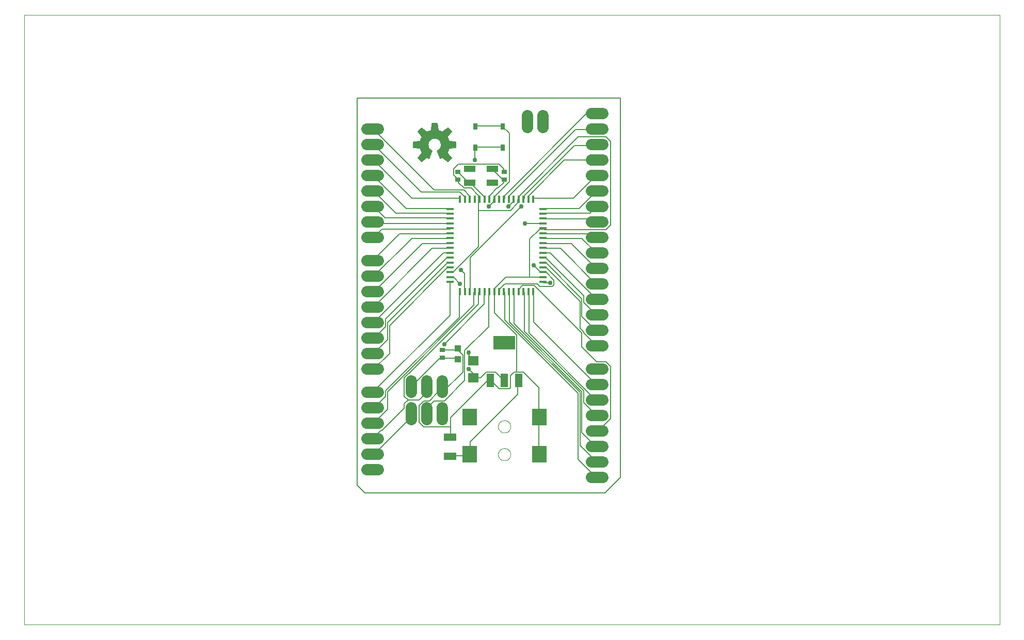
<source format=gtl>
G75*
%MOIN*%
%OFA0B0*%
%FSLAX25Y25*%
%IPPOS*%
%LPD*%
%AMOC8*
5,1,8,0,0,1.08239X$1,22.5*
%
%ADD10C,0.00000*%
%ADD11C,0.00600*%
%ADD12R,0.03937X0.04331*%
%ADD13R,0.03543X0.02756*%
%ADD14R,0.07874X0.04724*%
%ADD15R,0.07087X0.06299*%
%ADD16C,0.07400*%
%ADD17R,0.09449X0.11024*%
%ADD18R,0.02756X0.04331*%
%ADD19R,0.01575X0.05000*%
%ADD20R,0.05000X0.01575*%
%ADD21R,0.04800X0.08800*%
%ADD22R,0.14173X0.08661*%
%ADD23R,0.07480X0.04331*%
%ADD24C,0.00591*%
%ADD25C,0.02978*%
D10*
X0001000Y0001000D02*
X0001000Y0394701D01*
X0630921Y0394701D01*
X0630921Y0001000D01*
X0001000Y0001000D01*
X0307000Y0111000D02*
X0307002Y0111126D01*
X0307008Y0111252D01*
X0307018Y0111378D01*
X0307032Y0111504D01*
X0307050Y0111629D01*
X0307072Y0111753D01*
X0307097Y0111877D01*
X0307127Y0112000D01*
X0307160Y0112121D01*
X0307198Y0112242D01*
X0307239Y0112361D01*
X0307284Y0112480D01*
X0307332Y0112596D01*
X0307384Y0112711D01*
X0307440Y0112824D01*
X0307500Y0112936D01*
X0307563Y0113045D01*
X0307629Y0113153D01*
X0307698Y0113258D01*
X0307771Y0113361D01*
X0307848Y0113462D01*
X0307927Y0113560D01*
X0308009Y0113656D01*
X0308095Y0113749D01*
X0308183Y0113840D01*
X0308274Y0113927D01*
X0308368Y0114012D01*
X0308464Y0114093D01*
X0308563Y0114172D01*
X0308664Y0114247D01*
X0308768Y0114319D01*
X0308874Y0114388D01*
X0308982Y0114454D01*
X0309092Y0114516D01*
X0309204Y0114574D01*
X0309317Y0114629D01*
X0309433Y0114680D01*
X0309550Y0114728D01*
X0309668Y0114772D01*
X0309788Y0114812D01*
X0309909Y0114848D01*
X0310031Y0114881D01*
X0310154Y0114910D01*
X0310278Y0114934D01*
X0310402Y0114955D01*
X0310527Y0114972D01*
X0310653Y0114985D01*
X0310779Y0114994D01*
X0310905Y0114999D01*
X0311032Y0115000D01*
X0311158Y0114997D01*
X0311284Y0114990D01*
X0311410Y0114979D01*
X0311535Y0114964D01*
X0311660Y0114945D01*
X0311784Y0114922D01*
X0311908Y0114896D01*
X0312030Y0114865D01*
X0312152Y0114831D01*
X0312272Y0114792D01*
X0312391Y0114750D01*
X0312509Y0114705D01*
X0312625Y0114655D01*
X0312740Y0114602D01*
X0312852Y0114545D01*
X0312963Y0114485D01*
X0313072Y0114421D01*
X0313179Y0114354D01*
X0313284Y0114284D01*
X0313387Y0114210D01*
X0313487Y0114133D01*
X0313585Y0114053D01*
X0313680Y0113970D01*
X0313772Y0113884D01*
X0313862Y0113795D01*
X0313949Y0113703D01*
X0314032Y0113609D01*
X0314113Y0113512D01*
X0314191Y0113412D01*
X0314266Y0113310D01*
X0314337Y0113206D01*
X0314405Y0113099D01*
X0314469Y0112991D01*
X0314530Y0112880D01*
X0314588Y0112768D01*
X0314642Y0112654D01*
X0314692Y0112538D01*
X0314739Y0112421D01*
X0314782Y0112302D01*
X0314821Y0112182D01*
X0314857Y0112061D01*
X0314888Y0111938D01*
X0314916Y0111815D01*
X0314940Y0111691D01*
X0314960Y0111566D01*
X0314976Y0111441D01*
X0314988Y0111315D01*
X0314996Y0111189D01*
X0315000Y0111063D01*
X0315000Y0110937D01*
X0314996Y0110811D01*
X0314988Y0110685D01*
X0314976Y0110559D01*
X0314960Y0110434D01*
X0314940Y0110309D01*
X0314916Y0110185D01*
X0314888Y0110062D01*
X0314857Y0109939D01*
X0314821Y0109818D01*
X0314782Y0109698D01*
X0314739Y0109579D01*
X0314692Y0109462D01*
X0314642Y0109346D01*
X0314588Y0109232D01*
X0314530Y0109120D01*
X0314469Y0109009D01*
X0314405Y0108901D01*
X0314337Y0108794D01*
X0314266Y0108690D01*
X0314191Y0108588D01*
X0314113Y0108488D01*
X0314032Y0108391D01*
X0313949Y0108297D01*
X0313862Y0108205D01*
X0313772Y0108116D01*
X0313680Y0108030D01*
X0313585Y0107947D01*
X0313487Y0107867D01*
X0313387Y0107790D01*
X0313284Y0107716D01*
X0313179Y0107646D01*
X0313072Y0107579D01*
X0312963Y0107515D01*
X0312852Y0107455D01*
X0312740Y0107398D01*
X0312625Y0107345D01*
X0312509Y0107295D01*
X0312391Y0107250D01*
X0312272Y0107208D01*
X0312152Y0107169D01*
X0312030Y0107135D01*
X0311908Y0107104D01*
X0311784Y0107078D01*
X0311660Y0107055D01*
X0311535Y0107036D01*
X0311410Y0107021D01*
X0311284Y0107010D01*
X0311158Y0107003D01*
X0311032Y0107000D01*
X0310905Y0107001D01*
X0310779Y0107006D01*
X0310653Y0107015D01*
X0310527Y0107028D01*
X0310402Y0107045D01*
X0310278Y0107066D01*
X0310154Y0107090D01*
X0310031Y0107119D01*
X0309909Y0107152D01*
X0309788Y0107188D01*
X0309668Y0107228D01*
X0309550Y0107272D01*
X0309433Y0107320D01*
X0309317Y0107371D01*
X0309204Y0107426D01*
X0309092Y0107484D01*
X0308982Y0107546D01*
X0308874Y0107612D01*
X0308768Y0107681D01*
X0308664Y0107753D01*
X0308563Y0107828D01*
X0308464Y0107907D01*
X0308368Y0107988D01*
X0308274Y0108073D01*
X0308183Y0108160D01*
X0308095Y0108251D01*
X0308009Y0108344D01*
X0307927Y0108440D01*
X0307848Y0108538D01*
X0307771Y0108639D01*
X0307698Y0108742D01*
X0307629Y0108847D01*
X0307563Y0108955D01*
X0307500Y0109064D01*
X0307440Y0109176D01*
X0307384Y0109289D01*
X0307332Y0109404D01*
X0307284Y0109520D01*
X0307239Y0109639D01*
X0307198Y0109758D01*
X0307160Y0109879D01*
X0307127Y0110000D01*
X0307097Y0110123D01*
X0307072Y0110247D01*
X0307050Y0110371D01*
X0307032Y0110496D01*
X0307018Y0110622D01*
X0307008Y0110748D01*
X0307002Y0110874D01*
X0307000Y0111000D01*
X0307000Y0129000D02*
X0307002Y0129126D01*
X0307008Y0129252D01*
X0307018Y0129378D01*
X0307032Y0129504D01*
X0307050Y0129629D01*
X0307072Y0129753D01*
X0307097Y0129877D01*
X0307127Y0130000D01*
X0307160Y0130121D01*
X0307198Y0130242D01*
X0307239Y0130361D01*
X0307284Y0130480D01*
X0307332Y0130596D01*
X0307384Y0130711D01*
X0307440Y0130824D01*
X0307500Y0130936D01*
X0307563Y0131045D01*
X0307629Y0131153D01*
X0307698Y0131258D01*
X0307771Y0131361D01*
X0307848Y0131462D01*
X0307927Y0131560D01*
X0308009Y0131656D01*
X0308095Y0131749D01*
X0308183Y0131840D01*
X0308274Y0131927D01*
X0308368Y0132012D01*
X0308464Y0132093D01*
X0308563Y0132172D01*
X0308664Y0132247D01*
X0308768Y0132319D01*
X0308874Y0132388D01*
X0308982Y0132454D01*
X0309092Y0132516D01*
X0309204Y0132574D01*
X0309317Y0132629D01*
X0309433Y0132680D01*
X0309550Y0132728D01*
X0309668Y0132772D01*
X0309788Y0132812D01*
X0309909Y0132848D01*
X0310031Y0132881D01*
X0310154Y0132910D01*
X0310278Y0132934D01*
X0310402Y0132955D01*
X0310527Y0132972D01*
X0310653Y0132985D01*
X0310779Y0132994D01*
X0310905Y0132999D01*
X0311032Y0133000D01*
X0311158Y0132997D01*
X0311284Y0132990D01*
X0311410Y0132979D01*
X0311535Y0132964D01*
X0311660Y0132945D01*
X0311784Y0132922D01*
X0311908Y0132896D01*
X0312030Y0132865D01*
X0312152Y0132831D01*
X0312272Y0132792D01*
X0312391Y0132750D01*
X0312509Y0132705D01*
X0312625Y0132655D01*
X0312740Y0132602D01*
X0312852Y0132545D01*
X0312963Y0132485D01*
X0313072Y0132421D01*
X0313179Y0132354D01*
X0313284Y0132284D01*
X0313387Y0132210D01*
X0313487Y0132133D01*
X0313585Y0132053D01*
X0313680Y0131970D01*
X0313772Y0131884D01*
X0313862Y0131795D01*
X0313949Y0131703D01*
X0314032Y0131609D01*
X0314113Y0131512D01*
X0314191Y0131412D01*
X0314266Y0131310D01*
X0314337Y0131206D01*
X0314405Y0131099D01*
X0314469Y0130991D01*
X0314530Y0130880D01*
X0314588Y0130768D01*
X0314642Y0130654D01*
X0314692Y0130538D01*
X0314739Y0130421D01*
X0314782Y0130302D01*
X0314821Y0130182D01*
X0314857Y0130061D01*
X0314888Y0129938D01*
X0314916Y0129815D01*
X0314940Y0129691D01*
X0314960Y0129566D01*
X0314976Y0129441D01*
X0314988Y0129315D01*
X0314996Y0129189D01*
X0315000Y0129063D01*
X0315000Y0128937D01*
X0314996Y0128811D01*
X0314988Y0128685D01*
X0314976Y0128559D01*
X0314960Y0128434D01*
X0314940Y0128309D01*
X0314916Y0128185D01*
X0314888Y0128062D01*
X0314857Y0127939D01*
X0314821Y0127818D01*
X0314782Y0127698D01*
X0314739Y0127579D01*
X0314692Y0127462D01*
X0314642Y0127346D01*
X0314588Y0127232D01*
X0314530Y0127120D01*
X0314469Y0127009D01*
X0314405Y0126901D01*
X0314337Y0126794D01*
X0314266Y0126690D01*
X0314191Y0126588D01*
X0314113Y0126488D01*
X0314032Y0126391D01*
X0313949Y0126297D01*
X0313862Y0126205D01*
X0313772Y0126116D01*
X0313680Y0126030D01*
X0313585Y0125947D01*
X0313487Y0125867D01*
X0313387Y0125790D01*
X0313284Y0125716D01*
X0313179Y0125646D01*
X0313072Y0125579D01*
X0312963Y0125515D01*
X0312852Y0125455D01*
X0312740Y0125398D01*
X0312625Y0125345D01*
X0312509Y0125295D01*
X0312391Y0125250D01*
X0312272Y0125208D01*
X0312152Y0125169D01*
X0312030Y0125135D01*
X0311908Y0125104D01*
X0311784Y0125078D01*
X0311660Y0125055D01*
X0311535Y0125036D01*
X0311410Y0125021D01*
X0311284Y0125010D01*
X0311158Y0125003D01*
X0311032Y0125000D01*
X0310905Y0125001D01*
X0310779Y0125006D01*
X0310653Y0125015D01*
X0310527Y0125028D01*
X0310402Y0125045D01*
X0310278Y0125066D01*
X0310154Y0125090D01*
X0310031Y0125119D01*
X0309909Y0125152D01*
X0309788Y0125188D01*
X0309668Y0125228D01*
X0309550Y0125272D01*
X0309433Y0125320D01*
X0309317Y0125371D01*
X0309204Y0125426D01*
X0309092Y0125484D01*
X0308982Y0125546D01*
X0308874Y0125612D01*
X0308768Y0125681D01*
X0308664Y0125753D01*
X0308563Y0125828D01*
X0308464Y0125907D01*
X0308368Y0125988D01*
X0308274Y0126073D01*
X0308183Y0126160D01*
X0308095Y0126251D01*
X0308009Y0126344D01*
X0307927Y0126440D01*
X0307848Y0126538D01*
X0307771Y0126639D01*
X0307698Y0126742D01*
X0307629Y0126847D01*
X0307563Y0126955D01*
X0307500Y0127064D01*
X0307440Y0127176D01*
X0307384Y0127289D01*
X0307332Y0127404D01*
X0307284Y0127520D01*
X0307239Y0127639D01*
X0307198Y0127758D01*
X0307160Y0127879D01*
X0307127Y0128000D01*
X0307097Y0128123D01*
X0307072Y0128247D01*
X0307050Y0128371D01*
X0307032Y0128496D01*
X0307018Y0128622D01*
X0307008Y0128748D01*
X0307002Y0128874D01*
X0307000Y0129000D01*
D11*
X0289000Y0119200D02*
X0289000Y0111400D01*
X0288559Y0111000D01*
X0288400Y0110800D01*
X0287800Y0110200D01*
X0276400Y0110200D01*
X0276000Y0109701D01*
X0276000Y0122299D02*
X0276400Y0122800D01*
X0276400Y0128800D01*
X0259000Y0128800D01*
X0256000Y0131800D01*
X0256000Y0142600D01*
X0259000Y0145600D01*
X0262600Y0145600D01*
X0268000Y0151000D01*
X0271000Y0151000D01*
X0284200Y0164200D01*
X0284200Y0175000D01*
X0281200Y0178000D01*
X0281200Y0179200D01*
X0281000Y0179346D01*
X0280600Y0179200D01*
X0280000Y0178600D01*
X0271000Y0178600D01*
X0271000Y0178559D01*
X0272200Y0182200D02*
X0298000Y0208000D01*
X0298000Y0215800D01*
X0298126Y0216079D01*
X0301000Y0215800D02*
X0301276Y0216079D01*
X0301000Y0215800D02*
X0301000Y0193600D01*
X0285400Y0178000D01*
X0285400Y0158800D01*
X0272200Y0145600D01*
X0265600Y0145600D01*
X0261000Y0141000D01*
X0256000Y0146200D02*
X0260800Y0151000D01*
X0261000Y0151000D01*
X0256000Y0146200D02*
X0248800Y0146200D01*
X0246400Y0143800D01*
X0246400Y0140800D01*
X0232000Y0126400D01*
X0231400Y0126400D01*
X0226000Y0121000D01*
X0226000Y0111400D02*
X0226000Y0111000D01*
X0226000Y0111400D02*
X0227200Y0111400D01*
X0250600Y0134800D01*
X0250600Y0140800D01*
X0251000Y0141000D01*
X0248800Y0146200D02*
X0246400Y0148600D01*
X0246400Y0160600D01*
X0248800Y0163000D01*
X0249400Y0163000D01*
X0294400Y0208000D01*
X0294400Y0215800D01*
X0294976Y0216079D01*
X0291827Y0216079D02*
X0291400Y0215800D01*
X0291400Y0207400D01*
X0235600Y0151600D01*
X0235600Y0140200D01*
X0226000Y0130600D01*
X0226000Y0131000D01*
X0226000Y0141000D02*
X0226000Y0141400D01*
X0227200Y0141400D01*
X0234400Y0148600D01*
X0234400Y0152200D01*
X0281800Y0199600D01*
X0281800Y0215800D01*
X0282378Y0216079D01*
X0285400Y0216400D02*
X0285528Y0216079D01*
X0285400Y0216400D02*
X0285400Y0227800D01*
X0283000Y0230200D01*
X0278200Y0229000D02*
X0276400Y0229000D01*
X0276079Y0228677D01*
X0278200Y0229000D02*
X0294400Y0245200D01*
X0294400Y0268600D01*
X0314800Y0268600D01*
X0319600Y0273400D01*
X0319600Y0275800D01*
X0320173Y0275921D01*
X0320200Y0276400D01*
X0320200Y0277600D01*
X0358600Y0316000D01*
X0376600Y0316000D01*
X0379600Y0313000D01*
X0379600Y0259000D01*
X0376600Y0256000D01*
X0337000Y0256000D01*
X0336400Y0256600D01*
X0335921Y0257024D01*
X0335800Y0256600D01*
X0334000Y0256600D01*
X0327400Y0250000D01*
X0327400Y0225400D01*
X0311800Y0225400D01*
X0304600Y0218200D01*
X0304600Y0216400D01*
X0304425Y0216079D01*
X0304600Y0215800D01*
X0304600Y0202600D01*
X0319000Y0188200D01*
X0319000Y0164200D01*
X0323200Y0164200D01*
X0333400Y0154000D01*
X0333400Y0135400D01*
X0333441Y0135016D01*
X0333400Y0134800D01*
X0333400Y0111400D01*
X0333441Y0111000D01*
X0358600Y0107800D02*
X0370600Y0095800D01*
X0371000Y0096000D01*
X0371000Y0106000D02*
X0370600Y0106000D01*
X0359800Y0116800D01*
X0359800Y0151000D01*
X0314200Y0196600D01*
X0314200Y0215800D01*
X0313874Y0216079D01*
X0311200Y0215800D02*
X0310724Y0216079D01*
X0311200Y0215800D02*
X0311200Y0197800D01*
X0358600Y0150400D01*
X0358600Y0107800D01*
X0370600Y0115600D02*
X0371000Y0116000D01*
X0370600Y0115600D02*
X0361000Y0125200D01*
X0361000Y0151600D01*
X0317200Y0195400D01*
X0317200Y0215800D01*
X0317024Y0216079D01*
X0320173Y0216079D02*
X0320200Y0216400D01*
X0320200Y0217600D01*
X0322600Y0220000D01*
X0330400Y0220000D01*
X0361000Y0189400D01*
X0361000Y0180400D01*
X0370600Y0170800D01*
X0376600Y0170800D01*
X0379600Y0167800D01*
X0379600Y0134200D01*
X0371200Y0125800D01*
X0371000Y0126000D01*
X0371000Y0136000D02*
X0370600Y0136000D01*
X0362200Y0144400D01*
X0362200Y0152200D01*
X0323800Y0190600D01*
X0323800Y0215800D01*
X0323323Y0216079D01*
X0326472Y0216079D02*
X0326800Y0215800D01*
X0326800Y0189400D01*
X0370600Y0145600D01*
X0371000Y0146000D01*
X0370600Y0155800D02*
X0371000Y0156000D01*
X0370600Y0155800D02*
X0329800Y0196600D01*
X0329800Y0215800D01*
X0329622Y0216079D01*
X0334000Y0219400D02*
X0341800Y0219400D01*
X0343000Y0220600D01*
X0343000Y0223600D01*
X0338200Y0228400D01*
X0336400Y0228400D01*
X0335921Y0228677D01*
X0335800Y0229000D01*
X0334000Y0229000D01*
X0329800Y0233200D01*
X0335921Y0231827D02*
X0336400Y0231400D01*
X0338200Y0231400D01*
X0359800Y0209800D01*
X0359800Y0192400D01*
X0362200Y0190000D01*
X0362200Y0189400D01*
X0370600Y0181000D01*
X0371000Y0181000D01*
X0370600Y0190600D02*
X0371000Y0191000D01*
X0370600Y0190600D02*
X0361000Y0200200D01*
X0361000Y0211600D01*
X0338200Y0234400D01*
X0336400Y0234400D01*
X0335921Y0234976D01*
X0336400Y0238000D02*
X0335921Y0238126D01*
X0336400Y0238000D02*
X0337600Y0238000D01*
X0362200Y0213400D01*
X0362200Y0209200D01*
X0370600Y0200800D01*
X0371000Y0201000D01*
X0371000Y0211000D02*
X0370600Y0211000D01*
X0340600Y0241000D01*
X0336400Y0241000D01*
X0335921Y0241276D01*
X0336400Y0244000D02*
X0335921Y0244425D01*
X0336400Y0244000D02*
X0347200Y0244000D01*
X0370600Y0220600D01*
X0371000Y0221000D01*
X0370600Y0230800D02*
X0371000Y0231000D01*
X0370600Y0230800D02*
X0354400Y0247000D01*
X0336400Y0247000D01*
X0335921Y0247575D01*
X0336400Y0250600D02*
X0335921Y0250724D01*
X0336400Y0250600D02*
X0361000Y0250600D01*
X0370600Y0241000D01*
X0371000Y0241000D01*
X0371000Y0251000D02*
X0370600Y0251200D01*
X0368200Y0253600D01*
X0336400Y0253600D01*
X0335921Y0253874D01*
X0335921Y0260173D02*
X0335800Y0260200D01*
X0324400Y0260200D01*
X0335921Y0263323D02*
X0336400Y0263200D01*
X0368800Y0263200D01*
X0371000Y0261000D01*
X0366400Y0266800D02*
X0370600Y0271000D01*
X0371000Y0271000D01*
X0366400Y0266800D02*
X0336400Y0266800D01*
X0335921Y0266472D01*
X0335921Y0269622D02*
X0336400Y0269800D01*
X0359200Y0269800D01*
X0370600Y0281200D01*
X0371000Y0281000D01*
X0371000Y0291000D02*
X0370600Y0291400D01*
X0355600Y0276400D01*
X0329800Y0276400D01*
X0329622Y0275921D01*
X0326800Y0276400D02*
X0326800Y0278200D01*
X0349600Y0301000D01*
X0371000Y0301000D01*
X0370600Y0310600D02*
X0356200Y0310600D01*
X0323800Y0278200D01*
X0323800Y0276400D01*
X0323323Y0275921D01*
X0326472Y0275921D02*
X0326800Y0276400D01*
X0322000Y0271000D02*
X0289000Y0238000D01*
X0289000Y0216400D01*
X0288677Y0216079D01*
X0282400Y0221200D02*
X0278200Y0225400D01*
X0276400Y0225400D01*
X0276079Y0225528D01*
X0276079Y0222378D02*
X0275800Y0221800D01*
X0275800Y0200800D01*
X0226000Y0151000D01*
X0226000Y0166000D02*
X0226600Y0166000D01*
X0236800Y0176200D01*
X0236800Y0194200D01*
X0274000Y0231400D01*
X0275800Y0231400D01*
X0276079Y0231827D01*
X0275800Y0234400D02*
X0276079Y0234976D01*
X0275800Y0234400D02*
X0274000Y0234400D01*
X0235600Y0196000D01*
X0235600Y0185200D01*
X0226000Y0175600D01*
X0226000Y0176000D01*
X0226000Y0186000D02*
X0226000Y0186400D01*
X0227200Y0186400D01*
X0234400Y0193600D01*
X0234400Y0198400D01*
X0274000Y0238000D01*
X0275800Y0238000D01*
X0276079Y0238126D01*
X0275800Y0241000D02*
X0276079Y0241276D01*
X0275800Y0241000D02*
X0271600Y0241000D01*
X0226600Y0196000D01*
X0226000Y0196000D01*
X0226000Y0205600D02*
X0226000Y0206000D01*
X0226000Y0205600D02*
X0264400Y0244000D01*
X0275800Y0244000D01*
X0276079Y0244425D01*
X0275800Y0247000D02*
X0276079Y0247575D01*
X0275800Y0247000D02*
X0257800Y0247000D01*
X0227200Y0216400D01*
X0226000Y0216400D01*
X0226000Y0216000D01*
X0226000Y0226000D02*
X0226600Y0226000D01*
X0251200Y0250600D01*
X0275800Y0250600D01*
X0276079Y0250724D01*
X0275800Y0253600D02*
X0276079Y0253874D01*
X0275800Y0253600D02*
X0243400Y0253600D01*
X0226000Y0236200D01*
X0226000Y0236000D01*
X0226000Y0250600D02*
X0226000Y0251000D01*
X0226000Y0250600D02*
X0232000Y0256600D01*
X0275800Y0256600D01*
X0276079Y0257024D01*
X0276079Y0260173D02*
X0275800Y0260200D01*
X0226600Y0260200D01*
X0226000Y0260800D01*
X0226000Y0261000D01*
X0233800Y0263800D02*
X0226600Y0271000D01*
X0226000Y0271000D01*
X0226000Y0280600D02*
X0226000Y0281000D01*
X0226000Y0280600D02*
X0227200Y0280600D01*
X0241000Y0266800D01*
X0275800Y0266800D01*
X0276079Y0266472D01*
X0275800Y0263800D02*
X0276079Y0263323D01*
X0275800Y0263800D02*
X0233800Y0263800D01*
X0247600Y0269800D02*
X0226000Y0291400D01*
X0226000Y0291000D01*
X0226000Y0301000D02*
X0226600Y0301000D01*
X0251200Y0276400D01*
X0281800Y0276400D01*
X0282378Y0275921D01*
X0285400Y0276400D02*
X0285400Y0277600D01*
X0282400Y0280600D01*
X0257200Y0280600D01*
X0227200Y0310600D01*
X0226000Y0310600D01*
X0226000Y0311000D01*
X0226000Y0321000D02*
X0226000Y0321400D01*
X0265600Y0281800D01*
X0284800Y0281800D01*
X0288400Y0278200D01*
X0288400Y0276400D01*
X0288677Y0275921D01*
X0285528Y0275921D02*
X0285400Y0276400D01*
X0289600Y0283000D02*
X0294400Y0278200D01*
X0294400Y0276400D01*
X0294976Y0275921D01*
X0294400Y0275800D01*
X0294400Y0268600D01*
X0301000Y0271000D02*
X0304000Y0274000D01*
X0304000Y0275800D01*
X0304425Y0275921D01*
X0304600Y0276400D01*
X0304600Y0277600D01*
X0314200Y0287200D01*
X0314200Y0318400D01*
X0310000Y0322600D01*
X0309760Y0322890D01*
X0309400Y0323200D01*
X0292600Y0323200D01*
X0292240Y0322890D01*
X0292600Y0309400D02*
X0292240Y0309110D01*
X0292000Y0308800D01*
X0292000Y0301000D01*
X0292600Y0309400D02*
X0309400Y0309400D01*
X0309760Y0309110D01*
X0307600Y0298600D02*
X0281200Y0298600D01*
X0278200Y0295600D01*
X0278200Y0291400D01*
X0280600Y0289000D01*
X0281000Y0288441D01*
X0281200Y0288400D01*
X0281200Y0286600D01*
X0284800Y0283000D01*
X0289600Y0283000D01*
X0288400Y0286000D02*
X0288717Y0286472D01*
X0289000Y0286600D01*
X0298000Y0277600D01*
X0298000Y0276400D01*
X0298126Y0275921D01*
X0301276Y0275921D02*
X0301600Y0276400D01*
X0301600Y0278200D01*
X0306400Y0283000D01*
X0307000Y0283000D01*
X0310600Y0286600D01*
X0310600Y0288400D01*
X0311000Y0288441D01*
X0310600Y0289000D01*
X0309400Y0289000D01*
X0303400Y0295000D01*
X0303283Y0295528D01*
X0307600Y0298600D02*
X0310600Y0295600D01*
X0310600Y0293800D01*
X0311000Y0293559D01*
X0311200Y0278200D02*
X0364000Y0331000D01*
X0371000Y0331000D01*
X0371000Y0321000D02*
X0370600Y0320800D01*
X0356800Y0320800D01*
X0314200Y0278200D01*
X0314200Y0276400D01*
X0313874Y0275921D01*
X0311200Y0276400D02*
X0310724Y0275921D01*
X0311200Y0276400D02*
X0311200Y0278200D01*
X0316600Y0275800D02*
X0317024Y0275921D01*
X0316600Y0275800D02*
X0316600Y0274000D01*
X0313600Y0271000D01*
X0288400Y0286000D02*
X0281200Y0293200D01*
X0281000Y0293559D01*
X0275800Y0269800D02*
X0247600Y0269800D01*
X0275800Y0269800D02*
X0276079Y0269622D01*
X0327400Y0225400D02*
X0335800Y0225400D01*
X0335921Y0225528D01*
X0335921Y0222378D02*
X0336400Y0221800D01*
X0340600Y0221800D01*
X0334000Y0219400D02*
X0332200Y0221200D01*
X0311200Y0221200D01*
X0307600Y0217600D01*
X0307600Y0216400D01*
X0307575Y0216079D01*
X0287800Y0176800D02*
X0287800Y0175000D01*
X0290800Y0172000D01*
X0291000Y0171512D01*
X0287800Y0166000D02*
X0290800Y0163000D01*
X0290800Y0160600D01*
X0291000Y0160488D01*
X0291400Y0160600D01*
X0295600Y0160600D01*
X0299200Y0164200D01*
X0305200Y0164200D01*
X0310600Y0158800D01*
X0311000Y0158800D01*
X0314800Y0161800D02*
X0314800Y0154000D01*
X0314200Y0153400D01*
X0307600Y0153400D01*
X0302200Y0158800D01*
X0301900Y0158800D01*
X0300400Y0158800D01*
X0276400Y0134800D01*
X0276400Y0128800D01*
X0289000Y0119200D02*
X0319600Y0149800D01*
X0319600Y0158800D01*
X0320100Y0158800D01*
X0319000Y0164200D02*
X0317200Y0164200D01*
X0314800Y0161800D01*
X0281000Y0172654D02*
X0280600Y0173200D01*
X0271000Y0173200D01*
X0271000Y0173441D01*
X0271000Y0173200D02*
X0269200Y0173200D01*
X0251200Y0155200D01*
X0251200Y0151000D01*
X0251000Y0151000D01*
X0216000Y0091000D02*
X0221000Y0086000D01*
X0376000Y0086000D01*
X0386000Y0096000D01*
X0386000Y0341000D01*
X0216000Y0341000D01*
X0216000Y0091000D01*
X0370600Y0310600D02*
X0371000Y0311000D01*
D12*
X0281000Y0179346D03*
X0281000Y0172654D03*
D13*
X0271000Y0173441D03*
X0271000Y0178559D03*
X0281000Y0288441D03*
X0281000Y0293559D03*
X0311000Y0293559D03*
X0311000Y0288441D03*
D14*
X0276000Y0122299D03*
X0276000Y0109701D03*
D15*
X0291000Y0160488D03*
X0291000Y0171512D03*
D16*
X0271000Y0158400D02*
X0271000Y0151000D01*
X0261000Y0151000D02*
X0261000Y0158400D01*
X0251000Y0158400D02*
X0251000Y0151000D01*
X0251000Y0141000D02*
X0251000Y0133600D01*
X0261000Y0133600D02*
X0261000Y0141000D01*
X0271000Y0141000D02*
X0271000Y0133600D01*
X0229700Y0131000D02*
X0222300Y0131000D01*
X0222300Y0141000D02*
X0229700Y0141000D01*
X0229700Y0151000D02*
X0222300Y0151000D01*
X0222300Y0166000D02*
X0229700Y0166000D01*
X0229700Y0176000D02*
X0222300Y0176000D01*
X0222300Y0186000D02*
X0229700Y0186000D01*
X0229700Y0196000D02*
X0222300Y0196000D01*
X0222300Y0206000D02*
X0229700Y0206000D01*
X0229700Y0216000D02*
X0222300Y0216000D01*
X0222300Y0226000D02*
X0229700Y0226000D01*
X0229700Y0236000D02*
X0222300Y0236000D01*
X0222300Y0251000D02*
X0229700Y0251000D01*
X0229700Y0261000D02*
X0222300Y0261000D01*
X0222300Y0271000D02*
X0229700Y0271000D01*
X0229700Y0281000D02*
X0222300Y0281000D01*
X0222300Y0291000D02*
X0229700Y0291000D01*
X0229700Y0301000D02*
X0222300Y0301000D01*
X0222300Y0311000D02*
X0229700Y0311000D01*
X0229700Y0321000D02*
X0222300Y0321000D01*
X0326000Y0322300D02*
X0326000Y0329700D01*
X0336000Y0329700D02*
X0336000Y0322300D01*
X0367300Y0321000D02*
X0374700Y0321000D01*
X0374700Y0331000D02*
X0367300Y0331000D01*
X0367300Y0311000D02*
X0374700Y0311000D01*
X0374700Y0301000D02*
X0367300Y0301000D01*
X0367300Y0291000D02*
X0374700Y0291000D01*
X0374700Y0281000D02*
X0367300Y0281000D01*
X0367300Y0271000D02*
X0374700Y0271000D01*
X0374700Y0261000D02*
X0367300Y0261000D01*
X0367300Y0251000D02*
X0374700Y0251000D01*
X0374700Y0241000D02*
X0367300Y0241000D01*
X0367300Y0231000D02*
X0374700Y0231000D01*
X0374700Y0221000D02*
X0367300Y0221000D01*
X0367300Y0211000D02*
X0374700Y0211000D01*
X0374700Y0201000D02*
X0367300Y0201000D01*
X0367300Y0191000D02*
X0374700Y0191000D01*
X0374700Y0181000D02*
X0367300Y0181000D01*
X0367300Y0166000D02*
X0374700Y0166000D01*
X0374700Y0156000D02*
X0367300Y0156000D01*
X0367300Y0146000D02*
X0374700Y0146000D01*
X0374700Y0136000D02*
X0367300Y0136000D01*
X0367300Y0126000D02*
X0374700Y0126000D01*
X0374700Y0116000D02*
X0367300Y0116000D01*
X0367300Y0106000D02*
X0374700Y0106000D01*
X0374700Y0096000D02*
X0367300Y0096000D01*
X0229700Y0101000D02*
X0222300Y0101000D01*
X0222300Y0111000D02*
X0229700Y0111000D01*
X0229700Y0121000D02*
X0222300Y0121000D01*
D17*
X0288559Y0111000D03*
X0288559Y0135016D03*
X0333441Y0135016D03*
X0333441Y0111000D03*
D18*
X0309760Y0309110D03*
X0309760Y0322890D03*
X0292240Y0322890D03*
X0292240Y0309110D03*
D19*
X0291827Y0275921D03*
X0294976Y0275921D03*
X0298126Y0275921D03*
X0301276Y0275921D03*
X0304425Y0275921D03*
X0307575Y0275921D03*
X0310724Y0275921D03*
X0313874Y0275921D03*
X0317024Y0275921D03*
X0320173Y0275921D03*
X0323323Y0275921D03*
X0326472Y0275921D03*
X0329622Y0275921D03*
X0288677Y0275921D03*
X0285528Y0275921D03*
X0282378Y0275921D03*
X0282378Y0216079D03*
X0285528Y0216079D03*
X0288677Y0216079D03*
X0291827Y0216079D03*
X0294976Y0216079D03*
X0298126Y0216079D03*
X0301276Y0216079D03*
X0304425Y0216079D03*
X0307575Y0216079D03*
X0310724Y0216079D03*
X0313874Y0216079D03*
X0317024Y0216079D03*
X0320173Y0216079D03*
X0323323Y0216079D03*
X0326472Y0216079D03*
X0329622Y0216079D03*
D20*
X0335921Y0222378D03*
X0335921Y0225528D03*
X0335921Y0228677D03*
X0335921Y0231827D03*
X0335921Y0234976D03*
X0335921Y0238126D03*
X0335921Y0241276D03*
X0335921Y0244425D03*
X0335921Y0247575D03*
X0335921Y0250724D03*
X0335921Y0253874D03*
X0335921Y0257024D03*
X0335921Y0260173D03*
X0335921Y0263323D03*
X0335921Y0266472D03*
X0335921Y0269622D03*
X0276079Y0269622D03*
X0276079Y0266472D03*
X0276079Y0263323D03*
X0276079Y0260173D03*
X0276079Y0257024D03*
X0276079Y0253874D03*
X0276079Y0250724D03*
X0276079Y0247575D03*
X0276079Y0244425D03*
X0276079Y0241276D03*
X0276079Y0238126D03*
X0276079Y0234976D03*
X0276079Y0231827D03*
X0276079Y0228677D03*
X0276079Y0225528D03*
X0276079Y0222378D03*
D21*
X0301900Y0158800D03*
X0311000Y0158800D03*
X0320100Y0158800D03*
D22*
X0311000Y0183201D03*
D23*
X0303283Y0286472D03*
X0303283Y0295528D03*
X0288717Y0295528D03*
X0288717Y0286472D03*
D24*
X0274585Y0300244D02*
X0274358Y0300244D01*
X0274483Y0300142D02*
X0276858Y0302517D01*
X0274034Y0305980D01*
X0274539Y0306897D01*
X0274939Y0307864D01*
X0275231Y0308869D01*
X0279677Y0309321D01*
X0279677Y0312679D01*
X0275231Y0313131D01*
X0274939Y0314136D01*
X0274539Y0315103D01*
X0274034Y0316020D01*
X0276858Y0319483D01*
X0274483Y0321858D01*
X0271020Y0319034D01*
X0270103Y0319539D01*
X0269136Y0319939D01*
X0268131Y0320231D01*
X0267679Y0324677D01*
X0264321Y0324677D01*
X0263869Y0320231D01*
X0262864Y0319939D01*
X0261897Y0319539D01*
X0260980Y0319034D01*
X0257517Y0321858D01*
X0255142Y0319483D01*
X0257966Y0316020D01*
X0257461Y0315103D01*
X0257061Y0314136D01*
X0256769Y0313131D01*
X0252323Y0312679D01*
X0252323Y0309321D01*
X0256769Y0308869D01*
X0257061Y0307864D01*
X0257461Y0306897D01*
X0257966Y0305980D01*
X0255142Y0302517D01*
X0257517Y0300142D01*
X0260980Y0302966D01*
X0261662Y0302578D01*
X0262374Y0302248D01*
X0264352Y0307022D01*
X0263709Y0307354D01*
X0263130Y0307789D01*
X0262633Y0308315D01*
X0262231Y0308917D01*
X0261935Y0309578D01*
X0261755Y0310279D01*
X0261694Y0311000D01*
X0261769Y0311804D01*
X0261994Y0312580D01*
X0262359Y0313300D01*
X0262853Y0313939D01*
X0263457Y0314475D01*
X0264150Y0314889D01*
X0264909Y0315166D01*
X0265706Y0315296D01*
X0266513Y0315276D01*
X0267303Y0315104D01*
X0268046Y0314789D01*
X0268717Y0314340D01*
X0269293Y0313774D01*
X0269753Y0313111D01*
X0270081Y0312373D01*
X0270266Y0311587D01*
X0270300Y0310780D01*
X0270184Y0309981D01*
X0269920Y0309217D01*
X0269518Y0308517D01*
X0268993Y0307904D01*
X0268362Y0307399D01*
X0267648Y0307022D01*
X0269626Y0302248D01*
X0270338Y0302578D01*
X0271020Y0302966D01*
X0274483Y0300142D01*
X0275175Y0300833D02*
X0273636Y0300833D01*
X0272913Y0301422D02*
X0275764Y0301422D01*
X0276353Y0302011D02*
X0272191Y0302011D01*
X0271469Y0302600D02*
X0276790Y0302600D01*
X0276310Y0303189D02*
X0269236Y0303189D01*
X0269480Y0302600D02*
X0270377Y0302600D01*
X0268992Y0303778D02*
X0275830Y0303778D01*
X0275349Y0304367D02*
X0268748Y0304367D01*
X0268504Y0304956D02*
X0274869Y0304956D01*
X0274389Y0305545D02*
X0268260Y0305545D01*
X0268016Y0306134D02*
X0274119Y0306134D01*
X0274444Y0306723D02*
X0267772Y0306723D01*
X0268198Y0307313D02*
X0274711Y0307313D01*
X0274950Y0307902D02*
X0268990Y0307902D01*
X0269496Y0308491D02*
X0275121Y0308491D01*
X0277304Y0309080D02*
X0269841Y0309080D01*
X0270076Y0309669D02*
X0279677Y0309669D01*
X0279677Y0310258D02*
X0270224Y0310258D01*
X0270298Y0310847D02*
X0279677Y0310847D01*
X0279677Y0311436D02*
X0270272Y0311436D01*
X0270163Y0312025D02*
X0279677Y0312025D01*
X0279677Y0312614D02*
X0269974Y0312614D01*
X0269689Y0313203D02*
X0275210Y0313203D01*
X0275039Y0313792D02*
X0269275Y0313792D01*
X0268656Y0314381D02*
X0274838Y0314381D01*
X0274594Y0314970D02*
X0267619Y0314970D01*
X0264374Y0314970D02*
X0257406Y0314970D01*
X0257162Y0314381D02*
X0263351Y0314381D01*
X0262739Y0313792D02*
X0256961Y0313792D01*
X0256790Y0313203D02*
X0262310Y0313203D01*
X0262011Y0312614D02*
X0252323Y0312614D01*
X0252323Y0312025D02*
X0261833Y0312025D01*
X0261735Y0311436D02*
X0252323Y0311436D01*
X0252323Y0310847D02*
X0261707Y0310847D01*
X0261760Y0310258D02*
X0252323Y0310258D01*
X0252323Y0309669D02*
X0261912Y0309669D01*
X0262158Y0309080D02*
X0254696Y0309080D01*
X0256879Y0308491D02*
X0262516Y0308491D01*
X0263024Y0307902D02*
X0257050Y0307902D01*
X0257289Y0307313D02*
X0263789Y0307313D01*
X0264228Y0306723D02*
X0257556Y0306723D01*
X0257881Y0306134D02*
X0263984Y0306134D01*
X0263740Y0305545D02*
X0257611Y0305545D01*
X0257131Y0304956D02*
X0263496Y0304956D01*
X0263252Y0304367D02*
X0256651Y0304367D01*
X0256170Y0303778D02*
X0263008Y0303778D01*
X0262764Y0303189D02*
X0255690Y0303189D01*
X0255210Y0302600D02*
X0260531Y0302600D01*
X0259809Y0302011D02*
X0255647Y0302011D01*
X0256236Y0301422D02*
X0259087Y0301422D01*
X0258364Y0300833D02*
X0256825Y0300833D01*
X0257415Y0300244D02*
X0257642Y0300244D01*
X0261623Y0302600D02*
X0262520Y0302600D01*
X0257712Y0315559D02*
X0274288Y0315559D01*
X0274139Y0316148D02*
X0257861Y0316148D01*
X0257381Y0316738D02*
X0274619Y0316738D01*
X0275100Y0317327D02*
X0256900Y0317327D01*
X0256420Y0317916D02*
X0275580Y0317916D01*
X0276060Y0318505D02*
X0255940Y0318505D01*
X0255459Y0319094D02*
X0260907Y0319094D01*
X0261088Y0319094D02*
X0270912Y0319094D01*
X0271093Y0319094D02*
X0276540Y0319094D01*
X0276659Y0319683D02*
X0271815Y0319683D01*
X0272538Y0320272D02*
X0276070Y0320272D01*
X0275481Y0320861D02*
X0273260Y0320861D01*
X0273983Y0321450D02*
X0274892Y0321450D01*
X0269756Y0319683D02*
X0262244Y0319683D01*
X0263873Y0320272D02*
X0268127Y0320272D01*
X0268067Y0320861D02*
X0263933Y0320861D01*
X0263993Y0321450D02*
X0268007Y0321450D01*
X0267947Y0322039D02*
X0264053Y0322039D01*
X0264113Y0322628D02*
X0267887Y0322628D01*
X0267828Y0323217D02*
X0264173Y0323217D01*
X0264232Y0323806D02*
X0267768Y0323806D01*
X0267708Y0324395D02*
X0264292Y0324395D01*
X0260185Y0319683D02*
X0255341Y0319683D01*
X0255930Y0320272D02*
X0259462Y0320272D01*
X0258740Y0320861D02*
X0256519Y0320861D01*
X0257108Y0321450D02*
X0258017Y0321450D01*
D25*
X0292000Y0301000D03*
X0301000Y0271000D03*
X0313600Y0271000D03*
X0322000Y0271000D03*
X0324400Y0260200D03*
X0329800Y0233200D03*
X0340600Y0221800D03*
X0282400Y0221200D03*
X0283000Y0230200D03*
X0272200Y0182200D03*
X0287800Y0176800D03*
X0287800Y0166000D03*
M02*

</source>
